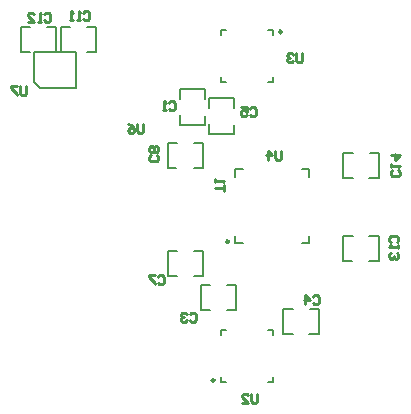
<source format=gbo>
G04 Layer_Color=32896*
%FSLAX43Y43*%
%MOMM*%
G71*
G01*
G75*
%ADD29C,0.254*%
%ADD50C,0.152*%
%ADD51C,0.250*%
%ADD52C,0.200*%
D29*
X41402Y27813D02*
X41529Y27686D01*
Y27432D01*
X41402Y27305D01*
X40894D01*
X40767Y27432D01*
Y27686D01*
X40894Y27813D01*
X40767Y28067D02*
Y28321D01*
Y28194D01*
X41529D01*
X41402Y28067D01*
X40767Y29082D02*
X41529D01*
X41148Y28702D01*
Y29209D01*
X40767Y21717D02*
X40640Y21844D01*
Y22098D01*
X40767Y22225D01*
X41275D01*
X41402Y22098D01*
Y21844D01*
X41275Y21717D01*
X41402Y21463D02*
Y21209D01*
Y21336D01*
X40640D01*
X40767Y21463D01*
Y20828D02*
X40640Y20701D01*
Y20448D01*
X40767Y20321D01*
X40894D01*
X41021Y20448D01*
Y20575D01*
Y20448D01*
X41148Y20321D01*
X41275D01*
X41402Y20448D01*
Y20701D01*
X41275Y20828D01*
X26670Y26035D02*
Y26543D01*
Y26289D01*
X25908D01*
Y26797D02*
Y27051D01*
Y26924D01*
X26670D01*
X26543Y26797D01*
X20955Y29083D02*
X21082Y28956D01*
Y28702D01*
X20955Y28575D01*
X20447D01*
X20320Y28702D01*
Y28956D01*
X20447Y29083D01*
X20955Y29337D02*
X21082Y29464D01*
Y29718D01*
X20955Y29845D01*
X20828D01*
X20701Y29718D01*
X20574Y29845D01*
X20447D01*
X20320Y29718D01*
Y29464D01*
X20447Y29337D01*
X20574D01*
X20701Y29464D01*
X20828Y29337D01*
X20955D01*
X20701Y29464D02*
Y29718D01*
X21050Y18801D02*
X21177Y18928D01*
X21431D01*
X21558Y18801D01*
Y18294D01*
X21431Y18167D01*
X21177D01*
X21050Y18294D01*
X20796Y18928D02*
X20289D01*
Y18801D01*
X20796Y18294D01*
Y18167D01*
X31496Y29464D02*
Y28829D01*
X31369Y28702D01*
X31115D01*
X30988Y28829D01*
Y29464D01*
X30353Y28702D02*
Y29464D01*
X30734Y29083D01*
X30226D01*
X33274Y37719D02*
Y37084D01*
X33147Y36957D01*
X32893D01*
X32766Y37084D01*
Y37719D01*
X32512Y37592D02*
X32385Y37719D01*
X32131D01*
X32004Y37592D01*
Y37465D01*
X32131Y37338D01*
X32258D01*
X32131D01*
X32004Y37211D01*
Y37084D01*
X32131Y36957D01*
X32385D01*
X32512Y37084D01*
X29464Y8890D02*
Y8255D01*
X29337Y8128D01*
X29083D01*
X28956Y8255D01*
Y8890D01*
X28194Y8128D02*
X28702D01*
X28194Y8636D01*
Y8763D01*
X28321Y8890D01*
X28575D01*
X28702Y8763D01*
X28829Y33020D02*
X28956Y33147D01*
X29210D01*
X29337Y33020D01*
Y32512D01*
X29210Y32385D01*
X28956D01*
X28829Y32512D01*
X28067Y33147D02*
X28575D01*
Y32766D01*
X28321Y32893D01*
X28194D01*
X28067Y32766D01*
Y32512D01*
X28194Y32385D01*
X28448D01*
X28575Y32512D01*
X34158Y17095D02*
X34285Y17222D01*
X34539D01*
X34666Y17095D01*
Y16587D01*
X34539Y16460D01*
X34285D01*
X34158Y16587D01*
X33523Y16460D02*
Y17222D01*
X33904Y16841D01*
X33396D01*
X23749Y15621D02*
X23876Y15748D01*
X24130D01*
X24257Y15621D01*
Y15113D01*
X24130Y14986D01*
X23876D01*
X23749Y15113D01*
X23495Y15621D02*
X23368Y15748D01*
X23114D01*
X22987Y15621D01*
Y15494D01*
X23114Y15367D01*
X23241D01*
X23114D01*
X22987Y15240D01*
Y15113D01*
X23114Y14986D01*
X23368D01*
X23495Y15113D01*
X21971Y33528D02*
X22098Y33655D01*
X22352D01*
X22479Y33528D01*
Y33020D01*
X22352Y32893D01*
X22098D01*
X21971Y33020D01*
X21717Y32893D02*
X21463D01*
X21590D01*
Y33655D01*
X21717Y33528D01*
X19812Y31750D02*
Y31115D01*
X19685Y30988D01*
X19431D01*
X19304Y31115D01*
Y31750D01*
X18542D02*
X18796Y31623D01*
X19050Y31369D01*
Y31115D01*
X18923Y30988D01*
X18669D01*
X18542Y31115D01*
Y31242D01*
X18669Y31369D01*
X19050D01*
X14732Y41148D02*
X14859Y41275D01*
X15113D01*
X15240Y41148D01*
Y40640D01*
X15113Y40513D01*
X14859D01*
X14732Y40640D01*
X14478Y40513D02*
X14224D01*
X14351D01*
Y41275D01*
X14478Y41148D01*
X13843Y40513D02*
X13590D01*
X13716D01*
Y41275D01*
X13843Y41148D01*
X11430Y41021D02*
X11557Y41148D01*
X11811D01*
X11938Y41021D01*
Y40513D01*
X11811Y40386D01*
X11557D01*
X11430Y40513D01*
X11176Y40386D02*
X10922D01*
X11049D01*
Y41148D01*
X11176Y41021D01*
X10034Y40386D02*
X10541D01*
X10034Y40894D01*
Y41021D01*
X10161Y41148D01*
X10414D01*
X10541Y41021D01*
X9906Y34925D02*
Y34290D01*
X9779Y34163D01*
X9525D01*
X9398Y34290D01*
Y34925D01*
X9144D02*
X8636D01*
Y34798D01*
X9144Y34290D01*
Y34163D01*
D50*
X9444Y37804D02*
X10244D01*
X9444Y39904D02*
X10244D01*
X11694D02*
X12444D01*
X11644Y37804D02*
X12444D01*
X9444D02*
Y39904D01*
X12444Y37804D02*
Y39904D01*
X15037Y39912D02*
X15837D01*
X15037Y37812D02*
X15837D01*
X12837D02*
X13587D01*
X12837Y39912D02*
X13637D01*
X15837Y37812D02*
Y39912D01*
X12837Y37812D02*
Y39912D01*
X22953Y33847D02*
Y34647D01*
X25053Y33847D02*
Y34647D01*
Y31647D02*
Y32397D01*
X22953Y31647D02*
Y32447D01*
Y34647D02*
X25053D01*
X22953Y31647D02*
X25053D01*
X26876Y18068D02*
X27676D01*
X26876Y15968D02*
X27676D01*
X24676D02*
X25426D01*
X24676Y18068D02*
X25476D01*
X27676Y15968D02*
Y18068D01*
X24676Y15968D02*
Y18068D01*
X31647Y13936D02*
X32447D01*
X31647Y16036D02*
X32447D01*
X33897D02*
X34647D01*
X33847Y13936D02*
X34647D01*
X31647D02*
Y16036D01*
X34647Y13936D02*
Y16036D01*
X25366Y33085D02*
Y33885D01*
X27466Y33085D02*
Y33885D01*
Y30885D02*
Y31635D01*
X25366Y30885D02*
Y31685D01*
Y33885D02*
X27466D01*
X25366Y30885D02*
X27466D01*
X21868Y18889D02*
X22668D01*
X21868Y20989D02*
X22668D01*
X24118D02*
X24868D01*
X24068Y18889D02*
X24868D01*
X21868D02*
Y20989D01*
X24868Y18889D02*
Y20989D01*
X24068Y30133D02*
X24868D01*
X24068Y28033D02*
X24868D01*
X21868D02*
X22618D01*
X21868Y30133D02*
X22668D01*
X24868Y28033D02*
Y30133D01*
X21868Y28033D02*
Y30133D01*
X38927Y22259D02*
X39727D01*
X38927Y20159D02*
X39727D01*
X36727D02*
X37477D01*
X36727Y22259D02*
X37527D01*
X39727Y20159D02*
Y22259D01*
X36727Y20159D02*
Y22259D01*
Y27144D02*
X37527D01*
X36727Y29244D02*
X37527D01*
X38977D02*
X39727D01*
X38927Y27144D02*
X39727D01*
X36727D02*
Y29244D01*
X39727Y27144D02*
Y29244D01*
D51*
X25850Y10015D02*
G03*
X25850Y10015I-125J0D01*
G01*
X31550Y39515D02*
G03*
X31550Y39515I-125J0D01*
G01*
X27059Y21765D02*
G03*
X27059Y21765I-125J0D01*
G01*
D52*
X10541Y37846D02*
X14097D01*
Y34798D02*
Y37846D01*
X10541Y35306D02*
Y37846D01*
Y35306D02*
X11049Y34798D01*
X14097D01*
X30350Y9865D02*
X30775D01*
Y10290D01*
X30350Y14265D02*
X30775D01*
Y13840D02*
Y14265D01*
X26375D02*
X26800D01*
X26375Y13840D02*
Y14265D01*
Y9865D02*
X26800D01*
X26375D02*
Y10290D01*
X26375Y39665D02*
X26800D01*
X26375Y39240D02*
Y39665D01*
Y35265D02*
X26800D01*
X26375D02*
Y35690D01*
X30350Y35265D02*
X30775D01*
Y35690D01*
X30350Y39665D02*
X30775D01*
Y39240D02*
Y39665D01*
X27584Y27915D02*
X28234D01*
X27584Y27265D02*
Y27915D01*
X33234D02*
X33884D01*
Y27265D02*
Y27915D01*
Y21615D02*
Y22265D01*
X33234Y21615D02*
X33884D01*
X27584D02*
X28234D01*
X27584D02*
Y22265D01*
M02*

</source>
